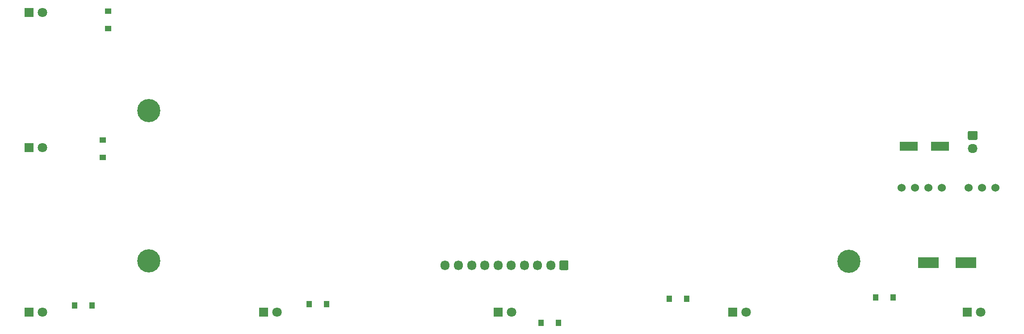
<source format=gbr>
%TF.GenerationSoftware,KiCad,Pcbnew,(5.1.9)-1*%
%TF.CreationDate,2022-03-08T15:51:05-05:00*%
%TF.ProjectId,Front Dash,46726f6e-7420-4446-9173-682e6b696361,rev?*%
%TF.SameCoordinates,Original*%
%TF.FileFunction,Soldermask,Bot*%
%TF.FilePolarity,Negative*%
%FSLAX46Y46*%
G04 Gerber Fmt 4.6, Leading zero omitted, Abs format (unit mm)*
G04 Created by KiCad (PCBNEW (5.1.9)-1) date 2022-03-08 15:51:05*
%MOMM*%
%LPD*%
G01*
G04 APERTURE LIST*
%ADD10R,1.016000X1.244600*%
%ADD11C,1.800000*%
%ADD12R,1.800000X1.800000*%
%ADD13R,1.244600X1.016000*%
%ADD14R,3.450000X1.800000*%
%ADD15R,4.000000X2.000000*%
%ADD16C,1.524000*%
%ADD17C,4.400000*%
%ADD18O,1.850000X1.700000*%
%ADD19O,1.700000X1.850000*%
G04 APERTURE END LIST*
D10*
%TO.C,U3*%
X159258000Y-99314000D03*
X162560000Y-99314000D03*
%TD*%
D11*
%TO.C,D1*%
X242570000Y-97282000D03*
D12*
X240030000Y-97282000D03*
%TD*%
D10*
%TO.C,U7*%
X74168000Y-96012000D03*
X70866000Y-96012000D03*
%TD*%
D13*
%TO.C,U6*%
X76200000Y-64643000D03*
X76200000Y-67945000D03*
%TD*%
%TO.C,U5*%
X77216000Y-43434000D03*
X77216000Y-40132000D03*
%TD*%
D10*
%TO.C,U4*%
X115316000Y-95758000D03*
X118618000Y-95758000D03*
%TD*%
%TO.C,U2*%
X186817000Y-94742000D03*
X183515000Y-94742000D03*
%TD*%
%TO.C,U1*%
X225933000Y-94488000D03*
X222631000Y-94488000D03*
%TD*%
D11*
%TO.C,D7*%
X64770000Y-97282000D03*
D12*
X62230000Y-97282000D03*
%TD*%
D11*
%TO.C,D6*%
X64770000Y-66040000D03*
D12*
X62230000Y-66040000D03*
%TD*%
D11*
%TO.C,D5*%
X64770000Y-40386000D03*
D12*
X62230000Y-40386000D03*
%TD*%
D11*
%TO.C,D4*%
X109220000Y-97282000D03*
D12*
X106680000Y-97282000D03*
%TD*%
D11*
%TO.C,D3*%
X153670000Y-97282000D03*
D12*
X151130000Y-97282000D03*
%TD*%
D11*
%TO.C,D2*%
X198120000Y-97282000D03*
D12*
X195580000Y-97282000D03*
%TD*%
D14*
%TO.C,C2*%
X228952000Y-65786000D03*
X234852000Y-65786000D03*
%TD*%
D15*
%TO.C,C1*%
X232676000Y-87884000D03*
X239776000Y-87884000D03*
%TD*%
D16*
%TO.C,PS1*%
X227584000Y-73660000D03*
X230124000Y-73660000D03*
X232664000Y-73660000D03*
X235204000Y-73660000D03*
X240284000Y-73660000D03*
X242824000Y-73660000D03*
X245364000Y-73660000D03*
%TD*%
D17*
%TO.C,H3*%
X217551000Y-87630000D03*
%TD*%
%TO.C,H2*%
X84861400Y-59004200D03*
%TD*%
%TO.C,H1*%
X84861400Y-87579200D03*
%TD*%
D18*
%TO.C,J2*%
X241046000Y-66254000D03*
G36*
G01*
X240371000Y-62904000D02*
X241721000Y-62904000D01*
G75*
G02*
X241971000Y-63154000I0J-250000D01*
G01*
X241971000Y-64354000D01*
G75*
G02*
X241721000Y-64604000I-250000J0D01*
G01*
X240371000Y-64604000D01*
G75*
G02*
X240121000Y-64354000I0J250000D01*
G01*
X240121000Y-63154000D01*
G75*
G02*
X240371000Y-62904000I250000J0D01*
G01*
G37*
%TD*%
D19*
%TO.C,J1*%
X141076000Y-88392000D03*
X143576000Y-88392000D03*
X146076000Y-88392000D03*
X148576000Y-88392000D03*
X151076000Y-88392000D03*
X153576000Y-88392000D03*
X156076000Y-88392000D03*
X158576000Y-88392000D03*
X161076000Y-88392000D03*
G36*
G01*
X164426000Y-87717000D02*
X164426000Y-89067000D01*
G75*
G02*
X164176000Y-89317000I-250000J0D01*
G01*
X162976000Y-89317000D01*
G75*
G02*
X162726000Y-89067000I0J250000D01*
G01*
X162726000Y-87717000D01*
G75*
G02*
X162976000Y-87467000I250000J0D01*
G01*
X164176000Y-87467000D01*
G75*
G02*
X164426000Y-87717000I0J-250000D01*
G01*
G37*
%TD*%
M02*

</source>
